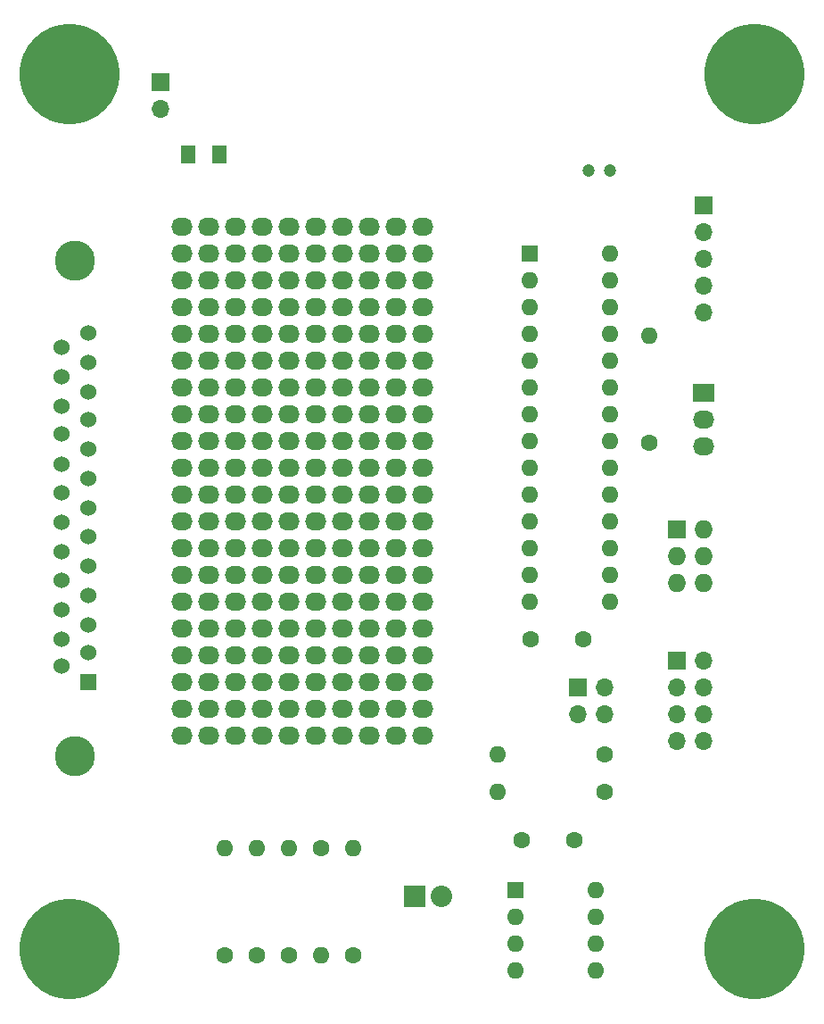
<source format=gts>
%TF.GenerationSoftware,KiCad,Pcbnew,(6.0.1)*%
%TF.CreationDate,2022-06-03T05:32:10-04:00*%
%TF.ProjectId,Proto16-I2C,50726f74-6f31-4362-9d49-32432e6b6963,X1*%
%TF.SameCoordinates,Original*%
%TF.FileFunction,Soldermask,Top*%
%TF.FilePolarity,Negative*%
%FSLAX46Y46*%
G04 Gerber Fmt 4.6, Leading zero omitted, Abs format (unit mm)*
G04 Created by KiCad (PCBNEW (6.0.1)) date 2022-06-03 05:32:10*
%MOMM*%
%LPD*%
G01*
G04 APERTURE LIST*
G04 Aperture macros list*
%AMRoundRect*
0 Rectangle with rounded corners*
0 $1 Rounding radius*
0 $2 $3 $4 $5 $6 $7 $8 $9 X,Y pos of 4 corners*
0 Add a 4 corners polygon primitive as box body*
4,1,4,$2,$3,$4,$5,$6,$7,$8,$9,$2,$3,0*
0 Add four circle primitives for the rounded corners*
1,1,$1+$1,$2,$3*
1,1,$1+$1,$4,$5*
1,1,$1+$1,$6,$7*
1,1,$1+$1,$8,$9*
0 Add four rect primitives between the rounded corners*
20,1,$1+$1,$2,$3,$4,$5,0*
20,1,$1+$1,$4,$5,$6,$7,0*
20,1,$1+$1,$6,$7,$8,$9,0*
20,1,$1+$1,$8,$9,$2,$3,0*%
G04 Aperture macros list end*
%ADD10C,9.525000*%
%ADD11RoundRect,0.250001X0.462499X0.624999X-0.462499X0.624999X-0.462499X-0.624999X0.462499X-0.624999X0*%
%ADD12R,2.032000X2.032000*%
%ADD13O,2.032000X2.032000*%
%ADD14C,1.600000*%
%ADD15R,1.600000X1.600000*%
%ADD16O,1.600000X1.600000*%
%ADD17R,1.700000X1.700000*%
%ADD18O,1.700000X1.700000*%
%ADD19C,1.200000*%
%ADD20C,3.810000*%
%ADD21R,1.524000X1.524000*%
%ADD22C,1.524000*%
%ADD23O,2.032000X1.727200*%
%ADD24R,2.032000X1.727200*%
%ADD25R,1.727200X1.727200*%
%ADD26O,1.727200X1.727200*%
G04 APERTURE END LIST*
D10*
%TO.C,MTG4*%
X16000000Y-16000000D03*
%TD*%
%TO.C,MTG3*%
X81000000Y-16000000D03*
%TD*%
%TO.C,MTG2*%
X16000000Y-99000000D03*
%TD*%
%TO.C,MTG1*%
X81000000Y-99000000D03*
%TD*%
D11*
%TO.C,F1*%
X30189500Y-23622000D03*
X27214500Y-23622000D03*
%TD*%
D12*
%TO.C,H5*%
X48768000Y-93980000D03*
D13*
X51308000Y-93980000D03*
%TD*%
D14*
%TO.C,C2*%
X64730000Y-69596000D03*
X59730000Y-69596000D03*
%TD*%
%TO.C,C3*%
X63881000Y-88646000D03*
X58881000Y-88646000D03*
%TD*%
D15*
%TO.C,U1*%
X59690000Y-33020000D03*
D16*
X59690000Y-35560000D03*
X59690000Y-38100000D03*
X59690000Y-40640000D03*
X59690000Y-43180000D03*
X59690000Y-45720000D03*
X59690000Y-48260000D03*
X59690000Y-50800000D03*
X59690000Y-53340000D03*
X59690000Y-55880000D03*
X59690000Y-58420000D03*
X59690000Y-60960000D03*
X59690000Y-63500000D03*
X59690000Y-66040000D03*
X67310000Y-66040000D03*
X67310000Y-63500000D03*
X67310000Y-60960000D03*
X67310000Y-58420000D03*
X67310000Y-55880000D03*
X67310000Y-53340000D03*
X67310000Y-50800000D03*
X67310000Y-48260000D03*
X67310000Y-45720000D03*
X67310000Y-43180000D03*
X67310000Y-40640000D03*
X67310000Y-38100000D03*
X67310000Y-35560000D03*
X67310000Y-33020000D03*
%TD*%
D15*
%TO.C,U2*%
X58293000Y-93345000D03*
D16*
X58293000Y-95885000D03*
X58293000Y-98425000D03*
X58293000Y-100965000D03*
X65913000Y-100965000D03*
X65913000Y-98425000D03*
X65913000Y-95885000D03*
X65913000Y-93345000D03*
%TD*%
D17*
%TO.C,H4*%
X73660000Y-71628000D03*
D18*
X76200000Y-71628000D03*
X73660000Y-74168000D03*
X76200000Y-74168000D03*
X73660000Y-76708000D03*
X76200000Y-76708000D03*
X73660000Y-79248000D03*
X76200000Y-79248000D03*
%TD*%
D17*
%TO.C,H1*%
X76200000Y-28448000D03*
D18*
X76200000Y-30988000D03*
X76200000Y-33528000D03*
X76200000Y-36068000D03*
X76200000Y-38608000D03*
%TD*%
D14*
%TO.C,R6*%
X66802000Y-80518000D03*
D16*
X56642000Y-80518000D03*
%TD*%
D14*
%TO.C,R7*%
X66802000Y-84074000D03*
D16*
X56642000Y-84074000D03*
%TD*%
D14*
%TO.C,R8*%
X71000000Y-51000000D03*
D16*
X71000000Y-40840000D03*
%TD*%
D14*
%TO.C,R4*%
X39878000Y-89408000D03*
D16*
X39878000Y-99568000D03*
%TD*%
D14*
%TO.C,R5*%
X42926000Y-99568000D03*
D16*
X42926000Y-89408000D03*
%TD*%
D14*
%TO.C,R2*%
X33782000Y-99568000D03*
D16*
X33782000Y-89408000D03*
%TD*%
D14*
%TO.C,R3*%
X36830000Y-99568000D03*
D16*
X36830000Y-89408000D03*
%TD*%
D17*
%TO.C,H6*%
X64262000Y-74168000D03*
D18*
X66802000Y-74168000D03*
X64262000Y-76708000D03*
X66802000Y-76708000D03*
%TD*%
D19*
%TO.C,C1*%
X65278000Y-25146000D03*
X67278000Y-25146000D03*
%TD*%
D20*
%TO.C,J1*%
X16510000Y-33655000D03*
X16510000Y-80645000D03*
D21*
X17780000Y-73660000D03*
D22*
X17780000Y-70866000D03*
X17780000Y-68199000D03*
X17780000Y-65405000D03*
X17780000Y-62611000D03*
X17780000Y-59817000D03*
X17780000Y-57150000D03*
X17780000Y-54356000D03*
X17780000Y-51562000D03*
X17780000Y-48768000D03*
X17780000Y-46101000D03*
X17780000Y-43307000D03*
X17780000Y-40513000D03*
X15240000Y-72085200D03*
X15240000Y-69545200D03*
X15240000Y-66751200D03*
X15240000Y-64008000D03*
X15240000Y-61264800D03*
X15240000Y-58470800D03*
X15240000Y-55727600D03*
X15240000Y-52984400D03*
X15240000Y-50139600D03*
X15240000Y-47447200D03*
X15240000Y-44704000D03*
X15240000Y-41910000D03*
%TD*%
D23*
%TO.C,P1*%
X41910000Y-30480000D03*
X41910000Y-33020000D03*
X41910000Y-35560000D03*
X41910000Y-38100000D03*
X41910000Y-40640000D03*
X41910000Y-43180000D03*
X41910000Y-45720000D03*
X41910000Y-48260000D03*
X41910000Y-50800000D03*
X41910000Y-53340000D03*
%TD*%
%TO.C,P99*%
X44450000Y-55880000D03*
X44450000Y-58420000D03*
X44450000Y-60960000D03*
X44450000Y-63500000D03*
X44450000Y-66040000D03*
X44450000Y-68580000D03*
X44450000Y-71120000D03*
X44450000Y-73660000D03*
X44450000Y-76200000D03*
X44450000Y-78740000D03*
%TD*%
%TO.C,P3*%
X46990000Y-30480000D03*
X46990000Y-33020000D03*
X46990000Y-35560000D03*
X46990000Y-38100000D03*
X46990000Y-40640000D03*
X46990000Y-43180000D03*
X46990000Y-45720000D03*
X46990000Y-48260000D03*
X46990000Y-50800000D03*
X46990000Y-53340000D03*
%TD*%
%TO.C,P4*%
X46990000Y-55880000D03*
X46990000Y-58420000D03*
X46990000Y-60960000D03*
X46990000Y-63500000D03*
X46990000Y-66040000D03*
X46990000Y-68580000D03*
X46990000Y-71120000D03*
X46990000Y-73660000D03*
X46990000Y-76200000D03*
X46990000Y-78740000D03*
%TD*%
%TO.C,P7*%
X44450000Y-30480000D03*
X44450000Y-33020000D03*
X44450000Y-35560000D03*
X44450000Y-38100000D03*
X44450000Y-40640000D03*
X44450000Y-43180000D03*
X44450000Y-45720000D03*
X44450000Y-48260000D03*
X44450000Y-50800000D03*
X44450000Y-53340000D03*
%TD*%
%TO.C,P10*%
X41910000Y-55880000D03*
X41910000Y-58420000D03*
X41910000Y-60960000D03*
X41910000Y-63500000D03*
X41910000Y-66040000D03*
X41910000Y-68580000D03*
X41910000Y-71120000D03*
X41910000Y-73660000D03*
X41910000Y-76200000D03*
X41910000Y-78740000D03*
%TD*%
%TO.C,P11*%
X31750000Y-55880000D03*
X31750000Y-58420000D03*
X31750000Y-60960000D03*
X31750000Y-63500000D03*
X31750000Y-66040000D03*
X31750000Y-68580000D03*
X31750000Y-71120000D03*
X31750000Y-73660000D03*
X31750000Y-76200000D03*
X31750000Y-78740000D03*
%TD*%
%TO.C,P12*%
X34290000Y-30480000D03*
X34290000Y-33020000D03*
X34290000Y-35560000D03*
X34290000Y-38100000D03*
X34290000Y-40640000D03*
X34290000Y-43180000D03*
X34290000Y-45720000D03*
X34290000Y-48260000D03*
X34290000Y-50800000D03*
X34290000Y-53340000D03*
%TD*%
%TO.C,P13*%
X29210000Y-55880000D03*
X29210000Y-58420000D03*
X29210000Y-60960000D03*
X29210000Y-63500000D03*
X29210000Y-66040000D03*
X29210000Y-68580000D03*
X29210000Y-71120000D03*
X29210000Y-73660000D03*
X29210000Y-76200000D03*
X29210000Y-78740000D03*
%TD*%
%TO.C,P14*%
X29210000Y-30480000D03*
X29210000Y-33020000D03*
X29210000Y-35560000D03*
X29210000Y-38100000D03*
X29210000Y-40640000D03*
X29210000Y-43180000D03*
X29210000Y-45720000D03*
X29210000Y-48260000D03*
X29210000Y-50800000D03*
X29210000Y-53340000D03*
%TD*%
%TO.C,P15*%
X31750000Y-30480000D03*
X31750000Y-33020000D03*
X31750000Y-35560000D03*
X31750000Y-38100000D03*
X31750000Y-40640000D03*
X31750000Y-43180000D03*
X31750000Y-45720000D03*
X31750000Y-48260000D03*
X31750000Y-50800000D03*
X31750000Y-53340000D03*
%TD*%
%TO.C,P16*%
X34290000Y-55880000D03*
X34290000Y-58420000D03*
X34290000Y-60960000D03*
X34290000Y-63500000D03*
X34290000Y-66040000D03*
X34290000Y-68580000D03*
X34290000Y-71120000D03*
X34290000Y-73660000D03*
X34290000Y-76200000D03*
X34290000Y-78740000D03*
%TD*%
%TO.C,P5*%
X39370000Y-55880000D03*
X39370000Y-58420000D03*
X39370000Y-60960000D03*
X39370000Y-63500000D03*
X39370000Y-66040000D03*
X39370000Y-68580000D03*
X39370000Y-71120000D03*
X39370000Y-73660000D03*
X39370000Y-76200000D03*
X39370000Y-78740000D03*
%TD*%
%TO.C,P6*%
X39370000Y-30480000D03*
X39370000Y-33020000D03*
X39370000Y-35560000D03*
X39370000Y-38100000D03*
X39370000Y-40640000D03*
X39370000Y-43180000D03*
X39370000Y-45720000D03*
X39370000Y-48260000D03*
X39370000Y-50800000D03*
X39370000Y-53340000D03*
%TD*%
%TO.C,P8*%
X36830000Y-30480000D03*
X36830000Y-33020000D03*
X36830000Y-35560000D03*
X36830000Y-38100000D03*
X36830000Y-40640000D03*
X36830000Y-43180000D03*
X36830000Y-45720000D03*
X36830000Y-48260000D03*
X36830000Y-50800000D03*
X36830000Y-53340000D03*
%TD*%
%TO.C,P9*%
X36830000Y-55880000D03*
X36830000Y-58420000D03*
X36830000Y-60960000D03*
X36830000Y-63500000D03*
X36830000Y-66040000D03*
X36830000Y-68580000D03*
X36830000Y-71120000D03*
X36830000Y-73660000D03*
X36830000Y-76200000D03*
X36830000Y-78740000D03*
%TD*%
%TO.C,P17*%
X26670000Y-30480000D03*
X26670000Y-33020000D03*
X26670000Y-35560000D03*
X26670000Y-38100000D03*
X26670000Y-40640000D03*
X26670000Y-43180000D03*
X26670000Y-45720000D03*
X26670000Y-48260000D03*
X26670000Y-50800000D03*
X26670000Y-53340000D03*
%TD*%
%TO.C,P18*%
X26670000Y-55880000D03*
X26670000Y-58420000D03*
X26670000Y-60960000D03*
X26670000Y-63500000D03*
X26670000Y-66040000D03*
X26670000Y-68580000D03*
X26670000Y-71120000D03*
X26670000Y-73660000D03*
X26670000Y-76200000D03*
X26670000Y-78740000D03*
%TD*%
%TO.C,P19*%
X49530000Y-55880000D03*
X49530000Y-58420000D03*
X49530000Y-60960000D03*
X49530000Y-63500000D03*
X49530000Y-66040000D03*
X49530000Y-68580000D03*
X49530000Y-71120000D03*
X49530000Y-73660000D03*
X49530000Y-76200000D03*
X49530000Y-78740000D03*
%TD*%
%TO.C,P20*%
X49530000Y-30480000D03*
X49530000Y-33020000D03*
X49530000Y-35560000D03*
X49530000Y-38100000D03*
X49530000Y-40640000D03*
X49530000Y-43180000D03*
X49530000Y-45720000D03*
X49530000Y-48260000D03*
X49530000Y-50800000D03*
X49530000Y-53340000D03*
%TD*%
D24*
%TO.C,H2*%
X76200000Y-46228000D03*
D23*
X76200000Y-48768000D03*
X76200000Y-51308000D03*
%TD*%
D17*
%TO.C,H7*%
X24638000Y-16764000D03*
D18*
X24638000Y-19304000D03*
%TD*%
D25*
%TO.C,H3*%
X73660000Y-59182000D03*
D26*
X76200000Y-59182000D03*
X73660000Y-61722000D03*
X76200000Y-61722000D03*
X73660000Y-64262000D03*
X76200000Y-64262000D03*
%TD*%
D14*
%TO.C,R1*%
X30734000Y-99568000D03*
D16*
X30734000Y-89408000D03*
%TD*%
M02*

</source>
